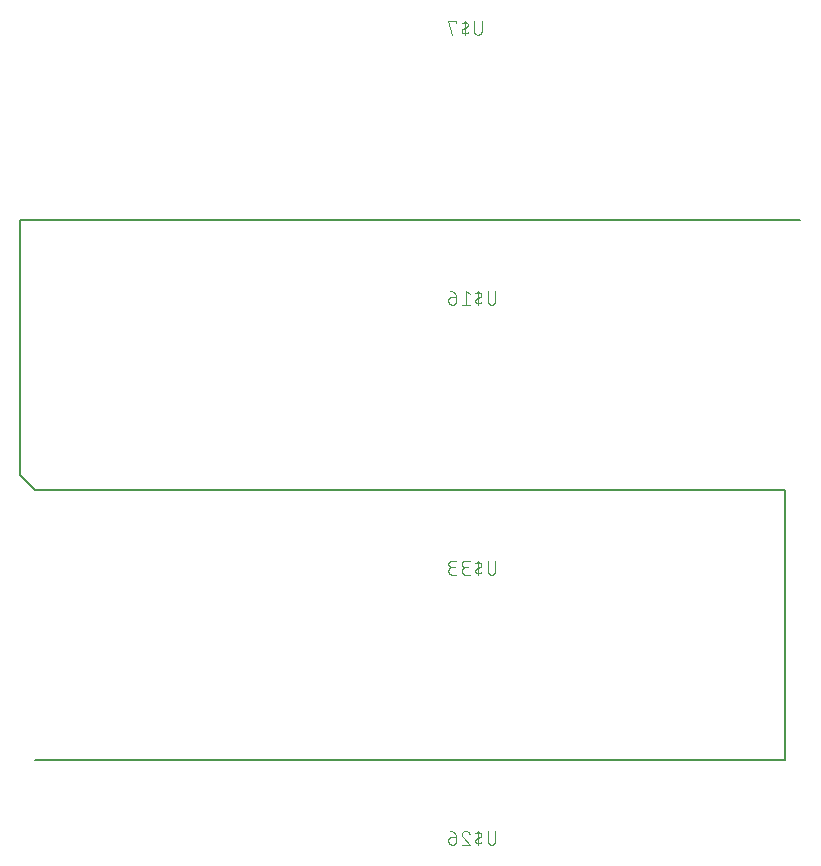
<source format=gbr>
G04 EAGLE Gerber X2 export*
%TF.Part,Single*%
%TF.FileFunction,Legend,Bot,1*%
%TF.FilePolarity,Positive*%
%TF.GenerationSoftware,Autodesk,EAGLE,9.2.2*%
%TF.CreationDate,2019-06-08T20:53:53Z*%
G75*
%MOMM*%
%FSLAX34Y34*%
%LPD*%
%INSilkscreen Bottom*%
%AMOC8*
5,1,8,0,0,1.08239X$1,22.5*%
G01*
%ADD10C,0.152400*%
%ADD11C,0.101600*%


D10*
X0Y228600D02*
X635000Y228600D01*
X635000Y457200D01*
X0Y457200D01*
X-12700Y469900D01*
X-12700Y685800D01*
X647700Y685800D01*
D11*
X377845Y846205D02*
X377845Y854644D01*
X377845Y846205D02*
X377843Y846092D01*
X377837Y845979D01*
X377827Y845866D01*
X377813Y845753D01*
X377796Y845641D01*
X377774Y845530D01*
X377749Y845420D01*
X377719Y845310D01*
X377686Y845202D01*
X377649Y845095D01*
X377609Y844989D01*
X377564Y844885D01*
X377516Y844782D01*
X377465Y844681D01*
X377410Y844582D01*
X377352Y844485D01*
X377290Y844390D01*
X377225Y844297D01*
X377157Y844207D01*
X377086Y844119D01*
X377011Y844033D01*
X376934Y843950D01*
X376854Y843870D01*
X376771Y843793D01*
X376685Y843718D01*
X376597Y843647D01*
X376507Y843579D01*
X376414Y843514D01*
X376319Y843452D01*
X376222Y843394D01*
X376123Y843339D01*
X376022Y843288D01*
X375919Y843240D01*
X375815Y843195D01*
X375709Y843155D01*
X375602Y843118D01*
X375494Y843085D01*
X375384Y843055D01*
X375274Y843030D01*
X375163Y843008D01*
X375051Y842991D01*
X374938Y842977D01*
X374825Y842967D01*
X374712Y842961D01*
X374599Y842959D01*
X374486Y842961D01*
X374373Y842967D01*
X374260Y842977D01*
X374147Y842991D01*
X374035Y843008D01*
X373924Y843030D01*
X373814Y843055D01*
X373704Y843085D01*
X373596Y843118D01*
X373489Y843155D01*
X373383Y843195D01*
X373279Y843240D01*
X373176Y843288D01*
X373075Y843339D01*
X372976Y843394D01*
X372879Y843452D01*
X372784Y843514D01*
X372691Y843579D01*
X372601Y843647D01*
X372513Y843718D01*
X372427Y843793D01*
X372344Y843870D01*
X372264Y843950D01*
X372187Y844033D01*
X372112Y844119D01*
X372041Y844207D01*
X371973Y844297D01*
X371908Y844390D01*
X371846Y844485D01*
X371788Y844582D01*
X371733Y844681D01*
X371682Y844782D01*
X371634Y844885D01*
X371589Y844989D01*
X371549Y845095D01*
X371512Y845202D01*
X371479Y845310D01*
X371449Y845420D01*
X371424Y845530D01*
X371402Y845641D01*
X371385Y845753D01*
X371371Y845866D01*
X371361Y845979D01*
X371355Y846092D01*
X371353Y846205D01*
X371354Y846205D02*
X371354Y854644D01*
X363550Y854644D02*
X363550Y842960D01*
X363550Y848802D02*
X365173Y849775D01*
X365246Y849822D01*
X365317Y849871D01*
X365387Y849924D01*
X365453Y849980D01*
X365517Y850039D01*
X365579Y850100D01*
X365637Y850164D01*
X365693Y850231D01*
X365745Y850300D01*
X365795Y850372D01*
X365841Y850446D01*
X365884Y850521D01*
X365923Y850599D01*
X365959Y850678D01*
X365991Y850759D01*
X366020Y850841D01*
X366045Y850924D01*
X366066Y851008D01*
X366083Y851093D01*
X366097Y851179D01*
X366106Y851265D01*
X366112Y851352D01*
X366114Y851439D01*
X366112Y851526D01*
X366106Y851613D01*
X366096Y851699D01*
X366083Y851785D01*
X366065Y851870D01*
X366044Y851954D01*
X366019Y852037D01*
X365990Y852120D01*
X365958Y852200D01*
X365922Y852279D01*
X365883Y852357D01*
X365840Y852432D01*
X365793Y852506D01*
X365744Y852577D01*
X365691Y852647D01*
X365636Y852713D01*
X365577Y852777D01*
X365516Y852839D01*
X365451Y852898D01*
X365385Y852953D01*
X365316Y853006D01*
X365244Y853056D01*
X365171Y853102D01*
X365095Y853145D01*
X365018Y853184D01*
X364939Y853220D01*
X364858Y853253D01*
X364776Y853281D01*
X364693Y853307D01*
X364609Y853328D01*
X364523Y853345D01*
X364524Y853345D02*
X364384Y853369D01*
X364242Y853389D01*
X364101Y853405D01*
X363959Y853416D01*
X363816Y853424D01*
X363674Y853428D01*
X363531Y853429D01*
X363388Y853425D01*
X363246Y853417D01*
X363104Y853405D01*
X362962Y853389D01*
X362821Y853370D01*
X362680Y853346D01*
X362540Y853319D01*
X362401Y853287D01*
X362263Y853252D01*
X362125Y853213D01*
X361989Y853170D01*
X361855Y853124D01*
X361721Y853073D01*
X361589Y853020D01*
X361459Y852962D01*
X361330Y852901D01*
X361203Y852836D01*
X361077Y852768D01*
X360954Y852696D01*
X363550Y848802D02*
X361927Y847828D01*
X361854Y847781D01*
X361783Y847732D01*
X361713Y847679D01*
X361647Y847623D01*
X361583Y847564D01*
X361521Y847503D01*
X361463Y847439D01*
X361407Y847372D01*
X361355Y847303D01*
X361305Y847231D01*
X361259Y847157D01*
X361216Y847082D01*
X361177Y847004D01*
X361141Y846925D01*
X361109Y846844D01*
X361080Y846762D01*
X361055Y846679D01*
X361034Y846595D01*
X361017Y846510D01*
X361003Y846424D01*
X360994Y846338D01*
X360988Y846251D01*
X360986Y846164D01*
X360988Y846077D01*
X360994Y845990D01*
X361004Y845904D01*
X361017Y845818D01*
X361035Y845733D01*
X361056Y845649D01*
X361081Y845566D01*
X361110Y845483D01*
X361142Y845403D01*
X361178Y845324D01*
X361217Y845246D01*
X361260Y845171D01*
X361307Y845097D01*
X361356Y845026D01*
X361409Y844956D01*
X361464Y844890D01*
X361523Y844826D01*
X361584Y844764D01*
X361649Y844705D01*
X361715Y844650D01*
X361784Y844597D01*
X361856Y844547D01*
X361929Y844501D01*
X362005Y844458D01*
X362082Y844419D01*
X362161Y844383D01*
X362242Y844350D01*
X362324Y844322D01*
X362407Y844296D01*
X362491Y844275D01*
X362576Y844258D01*
X362577Y844258D02*
X362717Y844234D01*
X362859Y844214D01*
X363000Y844198D01*
X363142Y844187D01*
X363285Y844179D01*
X363427Y844175D01*
X363570Y844174D01*
X363713Y844178D01*
X363855Y844186D01*
X363997Y844198D01*
X364139Y844214D01*
X364280Y844233D01*
X364421Y844257D01*
X364561Y844284D01*
X364700Y844316D01*
X364838Y844351D01*
X364976Y844390D01*
X365112Y844433D01*
X365246Y844479D01*
X365380Y844530D01*
X365512Y844583D01*
X365643Y844641D01*
X365771Y844702D01*
X365898Y844767D01*
X366024Y844835D01*
X366147Y844907D01*
X356128Y853345D02*
X356128Y854644D01*
X349637Y854644D01*
X352882Y842960D01*
X389275Y626044D02*
X389275Y617605D01*
X389273Y617492D01*
X389267Y617379D01*
X389257Y617266D01*
X389243Y617153D01*
X389226Y617041D01*
X389204Y616930D01*
X389179Y616820D01*
X389149Y616710D01*
X389116Y616602D01*
X389079Y616495D01*
X389039Y616389D01*
X388994Y616285D01*
X388946Y616182D01*
X388895Y616081D01*
X388840Y615982D01*
X388782Y615885D01*
X388720Y615790D01*
X388655Y615697D01*
X388587Y615607D01*
X388516Y615519D01*
X388441Y615433D01*
X388364Y615350D01*
X388284Y615270D01*
X388201Y615193D01*
X388115Y615118D01*
X388027Y615047D01*
X387937Y614979D01*
X387844Y614914D01*
X387749Y614852D01*
X387652Y614794D01*
X387553Y614739D01*
X387452Y614688D01*
X387349Y614640D01*
X387245Y614595D01*
X387139Y614555D01*
X387032Y614518D01*
X386924Y614485D01*
X386814Y614455D01*
X386704Y614430D01*
X386593Y614408D01*
X386481Y614391D01*
X386368Y614377D01*
X386255Y614367D01*
X386142Y614361D01*
X386029Y614359D01*
X385916Y614361D01*
X385803Y614367D01*
X385690Y614377D01*
X385577Y614391D01*
X385465Y614408D01*
X385354Y614430D01*
X385244Y614455D01*
X385134Y614485D01*
X385026Y614518D01*
X384919Y614555D01*
X384813Y614595D01*
X384709Y614640D01*
X384606Y614688D01*
X384505Y614739D01*
X384406Y614794D01*
X384309Y614852D01*
X384214Y614914D01*
X384121Y614979D01*
X384031Y615047D01*
X383943Y615118D01*
X383857Y615193D01*
X383774Y615270D01*
X383694Y615350D01*
X383617Y615433D01*
X383542Y615519D01*
X383471Y615607D01*
X383403Y615697D01*
X383338Y615790D01*
X383276Y615885D01*
X383218Y615982D01*
X383163Y616081D01*
X383112Y616182D01*
X383064Y616285D01*
X383019Y616389D01*
X382979Y616495D01*
X382942Y616602D01*
X382909Y616710D01*
X382879Y616820D01*
X382854Y616930D01*
X382832Y617041D01*
X382815Y617153D01*
X382801Y617266D01*
X382791Y617379D01*
X382785Y617492D01*
X382783Y617605D01*
X382784Y617605D02*
X382784Y626044D01*
X374980Y626044D02*
X374980Y614360D01*
X374980Y620202D02*
X376603Y621175D01*
X376676Y621222D01*
X376747Y621271D01*
X376817Y621324D01*
X376883Y621380D01*
X376947Y621439D01*
X377009Y621500D01*
X377067Y621564D01*
X377123Y621631D01*
X377175Y621700D01*
X377225Y621772D01*
X377271Y621846D01*
X377314Y621921D01*
X377353Y621999D01*
X377389Y622078D01*
X377421Y622159D01*
X377450Y622241D01*
X377475Y622324D01*
X377496Y622408D01*
X377513Y622493D01*
X377527Y622579D01*
X377536Y622665D01*
X377542Y622752D01*
X377544Y622839D01*
X377542Y622926D01*
X377536Y623013D01*
X377526Y623099D01*
X377513Y623185D01*
X377495Y623270D01*
X377474Y623354D01*
X377449Y623437D01*
X377420Y623520D01*
X377388Y623600D01*
X377352Y623679D01*
X377313Y623757D01*
X377270Y623832D01*
X377223Y623906D01*
X377174Y623977D01*
X377121Y624047D01*
X377066Y624113D01*
X377007Y624177D01*
X376946Y624239D01*
X376881Y624298D01*
X376815Y624353D01*
X376746Y624406D01*
X376674Y624456D01*
X376601Y624502D01*
X376525Y624545D01*
X376448Y624584D01*
X376369Y624620D01*
X376288Y624653D01*
X376206Y624681D01*
X376123Y624707D01*
X376039Y624728D01*
X375953Y624745D01*
X375954Y624745D02*
X375814Y624769D01*
X375672Y624789D01*
X375531Y624805D01*
X375389Y624816D01*
X375246Y624824D01*
X375104Y624828D01*
X374961Y624829D01*
X374818Y624825D01*
X374676Y624817D01*
X374534Y624805D01*
X374392Y624789D01*
X374251Y624770D01*
X374110Y624746D01*
X373970Y624719D01*
X373831Y624687D01*
X373693Y624652D01*
X373555Y624613D01*
X373419Y624570D01*
X373285Y624524D01*
X373151Y624473D01*
X373019Y624420D01*
X372889Y624362D01*
X372760Y624301D01*
X372633Y624236D01*
X372507Y624168D01*
X372384Y624096D01*
X374980Y620202D02*
X373357Y619228D01*
X373284Y619181D01*
X373213Y619132D01*
X373143Y619079D01*
X373077Y619023D01*
X373013Y618964D01*
X372951Y618903D01*
X372893Y618839D01*
X372837Y618772D01*
X372785Y618703D01*
X372735Y618631D01*
X372689Y618557D01*
X372646Y618482D01*
X372607Y618404D01*
X372571Y618325D01*
X372539Y618244D01*
X372510Y618162D01*
X372485Y618079D01*
X372464Y617995D01*
X372447Y617910D01*
X372433Y617824D01*
X372424Y617738D01*
X372418Y617651D01*
X372416Y617564D01*
X372418Y617477D01*
X372424Y617390D01*
X372434Y617304D01*
X372447Y617218D01*
X372465Y617133D01*
X372486Y617049D01*
X372511Y616966D01*
X372540Y616883D01*
X372572Y616803D01*
X372608Y616724D01*
X372647Y616646D01*
X372690Y616571D01*
X372737Y616497D01*
X372786Y616426D01*
X372839Y616356D01*
X372894Y616290D01*
X372953Y616226D01*
X373014Y616164D01*
X373079Y616105D01*
X373145Y616050D01*
X373214Y615997D01*
X373286Y615947D01*
X373359Y615901D01*
X373435Y615858D01*
X373512Y615819D01*
X373591Y615783D01*
X373672Y615750D01*
X373754Y615722D01*
X373837Y615696D01*
X373921Y615675D01*
X374006Y615658D01*
X374007Y615658D02*
X374147Y615634D01*
X374289Y615614D01*
X374430Y615598D01*
X374572Y615587D01*
X374715Y615579D01*
X374857Y615575D01*
X375000Y615574D01*
X375143Y615578D01*
X375285Y615586D01*
X375427Y615598D01*
X375569Y615614D01*
X375710Y615633D01*
X375851Y615657D01*
X375991Y615684D01*
X376130Y615716D01*
X376268Y615751D01*
X376406Y615790D01*
X376542Y615833D01*
X376676Y615879D01*
X376810Y615930D01*
X376942Y615983D01*
X377073Y616041D01*
X377201Y616102D01*
X377328Y616167D01*
X377454Y616235D01*
X377577Y616307D01*
X367558Y623447D02*
X364312Y626044D01*
X364312Y614360D01*
X361067Y614360D02*
X367558Y614360D01*
X356128Y620851D02*
X352233Y620851D01*
X352233Y620850D02*
X352134Y620848D01*
X352034Y620842D01*
X351935Y620833D01*
X351837Y620820D01*
X351739Y620803D01*
X351641Y620782D01*
X351545Y620757D01*
X351450Y620729D01*
X351356Y620697D01*
X351263Y620662D01*
X351171Y620623D01*
X351081Y620580D01*
X350993Y620535D01*
X350906Y620485D01*
X350822Y620433D01*
X350739Y620377D01*
X350659Y620319D01*
X350581Y620257D01*
X350506Y620192D01*
X350433Y620124D01*
X350363Y620054D01*
X350295Y619981D01*
X350230Y619906D01*
X350168Y619828D01*
X350110Y619748D01*
X350054Y619665D01*
X350002Y619581D01*
X349952Y619494D01*
X349907Y619406D01*
X349864Y619316D01*
X349825Y619224D01*
X349790Y619131D01*
X349758Y619037D01*
X349730Y618942D01*
X349705Y618846D01*
X349684Y618748D01*
X349667Y618650D01*
X349654Y618552D01*
X349645Y618453D01*
X349639Y618353D01*
X349637Y618254D01*
X349637Y617605D01*
X349636Y617605D02*
X349638Y617492D01*
X349644Y617379D01*
X349654Y617266D01*
X349668Y617153D01*
X349685Y617041D01*
X349707Y616930D01*
X349732Y616820D01*
X349762Y616710D01*
X349795Y616602D01*
X349832Y616495D01*
X349872Y616389D01*
X349917Y616285D01*
X349965Y616182D01*
X350016Y616081D01*
X350071Y615982D01*
X350129Y615885D01*
X350191Y615790D01*
X350256Y615697D01*
X350324Y615607D01*
X350395Y615519D01*
X350470Y615433D01*
X350547Y615350D01*
X350627Y615270D01*
X350710Y615193D01*
X350796Y615118D01*
X350884Y615047D01*
X350974Y614979D01*
X351067Y614914D01*
X351162Y614852D01*
X351259Y614794D01*
X351358Y614739D01*
X351459Y614688D01*
X351562Y614640D01*
X351666Y614595D01*
X351772Y614555D01*
X351879Y614518D01*
X351987Y614485D01*
X352097Y614455D01*
X352207Y614430D01*
X352318Y614408D01*
X352430Y614391D01*
X352543Y614377D01*
X352656Y614367D01*
X352769Y614361D01*
X352882Y614359D01*
X352995Y614361D01*
X353108Y614367D01*
X353221Y614377D01*
X353334Y614391D01*
X353446Y614408D01*
X353557Y614430D01*
X353667Y614455D01*
X353777Y614485D01*
X353885Y614518D01*
X353992Y614555D01*
X354098Y614595D01*
X354202Y614640D01*
X354305Y614688D01*
X354406Y614739D01*
X354505Y614794D01*
X354602Y614852D01*
X354697Y614914D01*
X354790Y614979D01*
X354880Y615047D01*
X354968Y615118D01*
X355054Y615193D01*
X355137Y615270D01*
X355217Y615350D01*
X355294Y615433D01*
X355369Y615519D01*
X355440Y615607D01*
X355508Y615697D01*
X355573Y615790D01*
X355635Y615885D01*
X355693Y615982D01*
X355748Y616081D01*
X355799Y616182D01*
X355847Y616285D01*
X355892Y616389D01*
X355932Y616495D01*
X355969Y616602D01*
X356002Y616710D01*
X356032Y616820D01*
X356057Y616930D01*
X356079Y617041D01*
X356096Y617153D01*
X356110Y617266D01*
X356120Y617379D01*
X356126Y617492D01*
X356128Y617605D01*
X356128Y620851D01*
X356126Y620994D01*
X356120Y621137D01*
X356110Y621280D01*
X356096Y621422D01*
X356079Y621564D01*
X356057Y621706D01*
X356032Y621847D01*
X356002Y621987D01*
X355969Y622126D01*
X355932Y622264D01*
X355891Y622401D01*
X355847Y622537D01*
X355798Y622672D01*
X355746Y622805D01*
X355691Y622937D01*
X355631Y623067D01*
X355568Y623196D01*
X355502Y623323D01*
X355432Y623448D01*
X355359Y623570D01*
X355282Y623691D01*
X355202Y623810D01*
X355119Y623926D01*
X355033Y624041D01*
X354944Y624152D01*
X354851Y624262D01*
X354756Y624368D01*
X354657Y624472D01*
X354556Y624573D01*
X354452Y624672D01*
X354346Y624767D01*
X354236Y624860D01*
X354125Y624949D01*
X354010Y625035D01*
X353894Y625118D01*
X353775Y625198D01*
X353654Y625275D01*
X353532Y625348D01*
X353407Y625418D01*
X353280Y625484D01*
X353151Y625547D01*
X353021Y625607D01*
X352889Y625662D01*
X352756Y625714D01*
X352621Y625763D01*
X352485Y625807D01*
X352348Y625848D01*
X352210Y625885D01*
X352071Y625918D01*
X351931Y625948D01*
X351790Y625973D01*
X351648Y625995D01*
X351506Y626012D01*
X351364Y626026D01*
X351221Y626036D01*
X351078Y626042D01*
X350935Y626044D01*
X389275Y397444D02*
X389275Y389005D01*
X389273Y388892D01*
X389267Y388779D01*
X389257Y388666D01*
X389243Y388553D01*
X389226Y388441D01*
X389204Y388330D01*
X389179Y388220D01*
X389149Y388110D01*
X389116Y388002D01*
X389079Y387895D01*
X389039Y387789D01*
X388994Y387685D01*
X388946Y387582D01*
X388895Y387481D01*
X388840Y387382D01*
X388782Y387285D01*
X388720Y387190D01*
X388655Y387097D01*
X388587Y387007D01*
X388516Y386919D01*
X388441Y386833D01*
X388364Y386750D01*
X388284Y386670D01*
X388201Y386593D01*
X388115Y386518D01*
X388027Y386447D01*
X387937Y386379D01*
X387844Y386314D01*
X387749Y386252D01*
X387652Y386194D01*
X387553Y386139D01*
X387452Y386088D01*
X387349Y386040D01*
X387245Y385995D01*
X387139Y385955D01*
X387032Y385918D01*
X386924Y385885D01*
X386814Y385855D01*
X386704Y385830D01*
X386593Y385808D01*
X386481Y385791D01*
X386368Y385777D01*
X386255Y385767D01*
X386142Y385761D01*
X386029Y385759D01*
X385916Y385761D01*
X385803Y385767D01*
X385690Y385777D01*
X385577Y385791D01*
X385465Y385808D01*
X385354Y385830D01*
X385244Y385855D01*
X385134Y385885D01*
X385026Y385918D01*
X384919Y385955D01*
X384813Y385995D01*
X384709Y386040D01*
X384606Y386088D01*
X384505Y386139D01*
X384406Y386194D01*
X384309Y386252D01*
X384214Y386314D01*
X384121Y386379D01*
X384031Y386447D01*
X383943Y386518D01*
X383857Y386593D01*
X383774Y386670D01*
X383694Y386750D01*
X383617Y386833D01*
X383542Y386919D01*
X383471Y387007D01*
X383403Y387097D01*
X383338Y387190D01*
X383276Y387285D01*
X383218Y387382D01*
X383163Y387481D01*
X383112Y387582D01*
X383064Y387685D01*
X383019Y387789D01*
X382979Y387895D01*
X382942Y388002D01*
X382909Y388110D01*
X382879Y388220D01*
X382854Y388330D01*
X382832Y388441D01*
X382815Y388553D01*
X382801Y388666D01*
X382791Y388779D01*
X382785Y388892D01*
X382783Y389005D01*
X382784Y389005D02*
X382784Y397444D01*
X374980Y397444D02*
X374980Y385760D01*
X374980Y391602D02*
X376603Y392575D01*
X376676Y392622D01*
X376747Y392671D01*
X376817Y392724D01*
X376883Y392780D01*
X376947Y392839D01*
X377009Y392900D01*
X377067Y392964D01*
X377123Y393031D01*
X377175Y393100D01*
X377225Y393172D01*
X377271Y393246D01*
X377314Y393321D01*
X377353Y393399D01*
X377389Y393478D01*
X377421Y393559D01*
X377450Y393641D01*
X377475Y393724D01*
X377496Y393808D01*
X377513Y393893D01*
X377527Y393979D01*
X377536Y394065D01*
X377542Y394152D01*
X377544Y394239D01*
X377542Y394326D01*
X377536Y394413D01*
X377526Y394499D01*
X377513Y394585D01*
X377495Y394670D01*
X377474Y394754D01*
X377449Y394837D01*
X377420Y394920D01*
X377388Y395000D01*
X377352Y395079D01*
X377313Y395157D01*
X377270Y395232D01*
X377223Y395306D01*
X377174Y395377D01*
X377121Y395447D01*
X377066Y395513D01*
X377007Y395577D01*
X376946Y395639D01*
X376881Y395698D01*
X376815Y395753D01*
X376746Y395806D01*
X376674Y395856D01*
X376601Y395902D01*
X376525Y395945D01*
X376448Y395984D01*
X376369Y396020D01*
X376288Y396053D01*
X376206Y396081D01*
X376123Y396107D01*
X376039Y396128D01*
X375953Y396145D01*
X375954Y396145D02*
X375814Y396169D01*
X375672Y396189D01*
X375531Y396205D01*
X375389Y396216D01*
X375246Y396224D01*
X375104Y396228D01*
X374961Y396229D01*
X374818Y396225D01*
X374676Y396217D01*
X374534Y396205D01*
X374392Y396189D01*
X374251Y396170D01*
X374110Y396146D01*
X373970Y396119D01*
X373831Y396087D01*
X373693Y396052D01*
X373555Y396013D01*
X373419Y395970D01*
X373285Y395924D01*
X373151Y395873D01*
X373019Y395820D01*
X372889Y395762D01*
X372760Y395701D01*
X372633Y395636D01*
X372507Y395568D01*
X372384Y395496D01*
X374980Y391602D02*
X373357Y390628D01*
X373284Y390581D01*
X373213Y390532D01*
X373143Y390479D01*
X373077Y390423D01*
X373013Y390364D01*
X372951Y390303D01*
X372893Y390239D01*
X372837Y390172D01*
X372785Y390103D01*
X372735Y390031D01*
X372689Y389957D01*
X372646Y389882D01*
X372607Y389804D01*
X372571Y389725D01*
X372539Y389644D01*
X372510Y389562D01*
X372485Y389479D01*
X372464Y389395D01*
X372447Y389310D01*
X372433Y389224D01*
X372424Y389138D01*
X372418Y389051D01*
X372416Y388964D01*
X372418Y388877D01*
X372424Y388790D01*
X372434Y388704D01*
X372447Y388618D01*
X372465Y388533D01*
X372486Y388449D01*
X372511Y388366D01*
X372540Y388283D01*
X372572Y388203D01*
X372608Y388124D01*
X372647Y388046D01*
X372690Y387971D01*
X372737Y387897D01*
X372786Y387826D01*
X372839Y387756D01*
X372894Y387690D01*
X372953Y387626D01*
X373014Y387564D01*
X373079Y387505D01*
X373145Y387450D01*
X373214Y387397D01*
X373286Y387347D01*
X373359Y387301D01*
X373435Y387258D01*
X373512Y387219D01*
X373591Y387183D01*
X373672Y387150D01*
X373754Y387122D01*
X373837Y387096D01*
X373921Y387075D01*
X374006Y387058D01*
X374007Y387058D02*
X374147Y387034D01*
X374289Y387014D01*
X374430Y386998D01*
X374572Y386987D01*
X374715Y386979D01*
X374857Y386975D01*
X375000Y386974D01*
X375143Y386978D01*
X375285Y386986D01*
X375427Y386998D01*
X375569Y387014D01*
X375710Y387033D01*
X375851Y387057D01*
X375991Y387084D01*
X376130Y387116D01*
X376268Y387151D01*
X376406Y387190D01*
X376542Y387233D01*
X376676Y387279D01*
X376810Y387330D01*
X376942Y387383D01*
X377073Y387441D01*
X377201Y387502D01*
X377328Y387567D01*
X377454Y387635D01*
X377577Y387707D01*
X367558Y385760D02*
X364312Y385760D01*
X364312Y385759D02*
X364199Y385761D01*
X364086Y385767D01*
X363973Y385777D01*
X363860Y385791D01*
X363748Y385808D01*
X363637Y385830D01*
X363527Y385855D01*
X363417Y385885D01*
X363309Y385918D01*
X363202Y385955D01*
X363096Y385995D01*
X362992Y386040D01*
X362889Y386088D01*
X362788Y386139D01*
X362689Y386194D01*
X362592Y386252D01*
X362497Y386314D01*
X362404Y386379D01*
X362314Y386447D01*
X362226Y386518D01*
X362140Y386593D01*
X362057Y386670D01*
X361977Y386750D01*
X361900Y386833D01*
X361825Y386919D01*
X361754Y387007D01*
X361686Y387097D01*
X361621Y387190D01*
X361559Y387285D01*
X361501Y387382D01*
X361446Y387481D01*
X361395Y387582D01*
X361347Y387685D01*
X361302Y387789D01*
X361262Y387895D01*
X361225Y388002D01*
X361192Y388110D01*
X361162Y388220D01*
X361137Y388330D01*
X361115Y388441D01*
X361098Y388553D01*
X361084Y388666D01*
X361074Y388779D01*
X361068Y388892D01*
X361066Y389005D01*
X361068Y389118D01*
X361074Y389231D01*
X361084Y389344D01*
X361098Y389457D01*
X361115Y389569D01*
X361137Y389680D01*
X361162Y389790D01*
X361192Y389900D01*
X361225Y390008D01*
X361262Y390115D01*
X361302Y390221D01*
X361347Y390325D01*
X361395Y390428D01*
X361446Y390529D01*
X361501Y390628D01*
X361559Y390725D01*
X361621Y390820D01*
X361686Y390913D01*
X361754Y391003D01*
X361825Y391091D01*
X361900Y391177D01*
X361977Y391260D01*
X362057Y391340D01*
X362140Y391417D01*
X362226Y391492D01*
X362314Y391563D01*
X362404Y391631D01*
X362497Y391696D01*
X362592Y391758D01*
X362689Y391816D01*
X362788Y391871D01*
X362889Y391922D01*
X362992Y391970D01*
X363096Y392015D01*
X363202Y392055D01*
X363309Y392092D01*
X363417Y392125D01*
X363527Y392155D01*
X363637Y392180D01*
X363748Y392202D01*
X363860Y392219D01*
X363973Y392233D01*
X364086Y392243D01*
X364199Y392249D01*
X364312Y392251D01*
X363663Y397444D02*
X367558Y397444D01*
X363663Y397443D02*
X363562Y397441D01*
X363462Y397435D01*
X363362Y397425D01*
X363262Y397412D01*
X363163Y397394D01*
X363064Y397373D01*
X362967Y397348D01*
X362870Y397319D01*
X362775Y397286D01*
X362681Y397250D01*
X362589Y397210D01*
X362498Y397167D01*
X362409Y397120D01*
X362322Y397070D01*
X362236Y397016D01*
X362153Y396959D01*
X362073Y396899D01*
X361994Y396836D01*
X361918Y396769D01*
X361845Y396700D01*
X361775Y396628D01*
X361707Y396554D01*
X361642Y396477D01*
X361581Y396397D01*
X361522Y396315D01*
X361467Y396231D01*
X361415Y396145D01*
X361366Y396057D01*
X361321Y395967D01*
X361279Y395875D01*
X361241Y395782D01*
X361207Y395687D01*
X361176Y395592D01*
X361149Y395495D01*
X361126Y395397D01*
X361106Y395298D01*
X361091Y395198D01*
X361079Y395098D01*
X361071Y394998D01*
X361067Y394897D01*
X361067Y394797D01*
X361071Y394696D01*
X361079Y394596D01*
X361091Y394496D01*
X361106Y394396D01*
X361126Y394297D01*
X361149Y394199D01*
X361176Y394102D01*
X361207Y394007D01*
X361241Y393912D01*
X361279Y393819D01*
X361321Y393727D01*
X361366Y393637D01*
X361415Y393549D01*
X361467Y393463D01*
X361522Y393379D01*
X361581Y393297D01*
X361642Y393217D01*
X361707Y393140D01*
X361775Y393066D01*
X361845Y392994D01*
X361918Y392925D01*
X361994Y392858D01*
X362073Y392795D01*
X362153Y392735D01*
X362236Y392678D01*
X362322Y392624D01*
X362409Y392574D01*
X362498Y392527D01*
X362589Y392484D01*
X362681Y392444D01*
X362775Y392408D01*
X362870Y392375D01*
X362967Y392346D01*
X363064Y392321D01*
X363163Y392300D01*
X363262Y392282D01*
X363362Y392269D01*
X363462Y392259D01*
X363562Y392253D01*
X363663Y392251D01*
X366260Y392251D01*
X356128Y385760D02*
X352882Y385760D01*
X352882Y385759D02*
X352769Y385761D01*
X352656Y385767D01*
X352543Y385777D01*
X352430Y385791D01*
X352318Y385808D01*
X352207Y385830D01*
X352097Y385855D01*
X351987Y385885D01*
X351879Y385918D01*
X351772Y385955D01*
X351666Y385995D01*
X351562Y386040D01*
X351459Y386088D01*
X351358Y386139D01*
X351259Y386194D01*
X351162Y386252D01*
X351067Y386314D01*
X350974Y386379D01*
X350884Y386447D01*
X350796Y386518D01*
X350710Y386593D01*
X350627Y386670D01*
X350547Y386750D01*
X350470Y386833D01*
X350395Y386919D01*
X350324Y387007D01*
X350256Y387097D01*
X350191Y387190D01*
X350129Y387285D01*
X350071Y387382D01*
X350016Y387481D01*
X349965Y387582D01*
X349917Y387685D01*
X349872Y387789D01*
X349832Y387895D01*
X349795Y388002D01*
X349762Y388110D01*
X349732Y388220D01*
X349707Y388330D01*
X349685Y388441D01*
X349668Y388553D01*
X349654Y388666D01*
X349644Y388779D01*
X349638Y388892D01*
X349636Y389005D01*
X349638Y389118D01*
X349644Y389231D01*
X349654Y389344D01*
X349668Y389457D01*
X349685Y389569D01*
X349707Y389680D01*
X349732Y389790D01*
X349762Y389900D01*
X349795Y390008D01*
X349832Y390115D01*
X349872Y390221D01*
X349917Y390325D01*
X349965Y390428D01*
X350016Y390529D01*
X350071Y390628D01*
X350129Y390725D01*
X350191Y390820D01*
X350256Y390913D01*
X350324Y391003D01*
X350395Y391091D01*
X350470Y391177D01*
X350547Y391260D01*
X350627Y391340D01*
X350710Y391417D01*
X350796Y391492D01*
X350884Y391563D01*
X350974Y391631D01*
X351067Y391696D01*
X351162Y391758D01*
X351259Y391816D01*
X351358Y391871D01*
X351459Y391922D01*
X351562Y391970D01*
X351666Y392015D01*
X351772Y392055D01*
X351879Y392092D01*
X351987Y392125D01*
X352097Y392155D01*
X352207Y392180D01*
X352318Y392202D01*
X352430Y392219D01*
X352543Y392233D01*
X352656Y392243D01*
X352769Y392249D01*
X352882Y392251D01*
X352233Y397444D02*
X356128Y397444D01*
X352233Y397443D02*
X352132Y397441D01*
X352032Y397435D01*
X351932Y397425D01*
X351832Y397412D01*
X351733Y397394D01*
X351634Y397373D01*
X351537Y397348D01*
X351440Y397319D01*
X351345Y397286D01*
X351251Y397250D01*
X351159Y397210D01*
X351068Y397167D01*
X350979Y397120D01*
X350892Y397070D01*
X350806Y397016D01*
X350723Y396959D01*
X350643Y396899D01*
X350564Y396836D01*
X350488Y396769D01*
X350415Y396700D01*
X350345Y396628D01*
X350277Y396554D01*
X350212Y396477D01*
X350151Y396397D01*
X350092Y396315D01*
X350037Y396231D01*
X349985Y396145D01*
X349936Y396057D01*
X349891Y395967D01*
X349849Y395875D01*
X349811Y395782D01*
X349777Y395687D01*
X349746Y395592D01*
X349719Y395495D01*
X349696Y395397D01*
X349676Y395298D01*
X349661Y395198D01*
X349649Y395098D01*
X349641Y394998D01*
X349637Y394897D01*
X349637Y394797D01*
X349641Y394696D01*
X349649Y394596D01*
X349661Y394496D01*
X349676Y394396D01*
X349696Y394297D01*
X349719Y394199D01*
X349746Y394102D01*
X349777Y394007D01*
X349811Y393912D01*
X349849Y393819D01*
X349891Y393727D01*
X349936Y393637D01*
X349985Y393549D01*
X350037Y393463D01*
X350092Y393379D01*
X350151Y393297D01*
X350212Y393217D01*
X350277Y393140D01*
X350345Y393066D01*
X350415Y392994D01*
X350488Y392925D01*
X350564Y392858D01*
X350643Y392795D01*
X350723Y392735D01*
X350806Y392678D01*
X350892Y392624D01*
X350979Y392574D01*
X351068Y392527D01*
X351159Y392484D01*
X351251Y392444D01*
X351345Y392408D01*
X351440Y392375D01*
X351537Y392346D01*
X351634Y392321D01*
X351733Y392300D01*
X351832Y392282D01*
X351932Y392269D01*
X352032Y392259D01*
X352132Y392253D01*
X352233Y392251D01*
X354830Y392251D01*
X389275Y168844D02*
X389275Y160405D01*
X389273Y160292D01*
X389267Y160179D01*
X389257Y160066D01*
X389243Y159953D01*
X389226Y159841D01*
X389204Y159730D01*
X389179Y159620D01*
X389149Y159510D01*
X389116Y159402D01*
X389079Y159295D01*
X389039Y159189D01*
X388994Y159085D01*
X388946Y158982D01*
X388895Y158881D01*
X388840Y158782D01*
X388782Y158685D01*
X388720Y158590D01*
X388655Y158497D01*
X388587Y158407D01*
X388516Y158319D01*
X388441Y158233D01*
X388364Y158150D01*
X388284Y158070D01*
X388201Y157993D01*
X388115Y157918D01*
X388027Y157847D01*
X387937Y157779D01*
X387844Y157714D01*
X387749Y157652D01*
X387652Y157594D01*
X387553Y157539D01*
X387452Y157488D01*
X387349Y157440D01*
X387245Y157395D01*
X387139Y157355D01*
X387032Y157318D01*
X386924Y157285D01*
X386814Y157255D01*
X386704Y157230D01*
X386593Y157208D01*
X386481Y157191D01*
X386368Y157177D01*
X386255Y157167D01*
X386142Y157161D01*
X386029Y157159D01*
X385916Y157161D01*
X385803Y157167D01*
X385690Y157177D01*
X385577Y157191D01*
X385465Y157208D01*
X385354Y157230D01*
X385244Y157255D01*
X385134Y157285D01*
X385026Y157318D01*
X384919Y157355D01*
X384813Y157395D01*
X384709Y157440D01*
X384606Y157488D01*
X384505Y157539D01*
X384406Y157594D01*
X384309Y157652D01*
X384214Y157714D01*
X384121Y157779D01*
X384031Y157847D01*
X383943Y157918D01*
X383857Y157993D01*
X383774Y158070D01*
X383694Y158150D01*
X383617Y158233D01*
X383542Y158319D01*
X383471Y158407D01*
X383403Y158497D01*
X383338Y158590D01*
X383276Y158685D01*
X383218Y158782D01*
X383163Y158881D01*
X383112Y158982D01*
X383064Y159085D01*
X383019Y159189D01*
X382979Y159295D01*
X382942Y159402D01*
X382909Y159510D01*
X382879Y159620D01*
X382854Y159730D01*
X382832Y159841D01*
X382815Y159953D01*
X382801Y160066D01*
X382791Y160179D01*
X382785Y160292D01*
X382783Y160405D01*
X382784Y160405D02*
X382784Y168844D01*
X374980Y168844D02*
X374980Y157160D01*
X374980Y163002D02*
X376603Y163975D01*
X376676Y164022D01*
X376747Y164071D01*
X376817Y164124D01*
X376883Y164180D01*
X376947Y164239D01*
X377009Y164300D01*
X377067Y164364D01*
X377123Y164431D01*
X377175Y164500D01*
X377225Y164572D01*
X377271Y164646D01*
X377314Y164721D01*
X377353Y164799D01*
X377389Y164878D01*
X377421Y164959D01*
X377450Y165041D01*
X377475Y165124D01*
X377496Y165208D01*
X377513Y165293D01*
X377527Y165379D01*
X377536Y165465D01*
X377542Y165552D01*
X377544Y165639D01*
X377542Y165726D01*
X377536Y165813D01*
X377526Y165899D01*
X377513Y165985D01*
X377495Y166070D01*
X377474Y166154D01*
X377449Y166237D01*
X377420Y166320D01*
X377388Y166400D01*
X377352Y166479D01*
X377313Y166557D01*
X377270Y166632D01*
X377223Y166706D01*
X377174Y166777D01*
X377121Y166847D01*
X377066Y166913D01*
X377007Y166977D01*
X376946Y167039D01*
X376881Y167098D01*
X376815Y167153D01*
X376746Y167206D01*
X376674Y167256D01*
X376601Y167302D01*
X376525Y167345D01*
X376448Y167384D01*
X376369Y167420D01*
X376288Y167453D01*
X376206Y167481D01*
X376123Y167507D01*
X376039Y167528D01*
X375953Y167545D01*
X375954Y167545D02*
X375814Y167569D01*
X375672Y167589D01*
X375531Y167605D01*
X375389Y167616D01*
X375246Y167624D01*
X375104Y167628D01*
X374961Y167629D01*
X374818Y167625D01*
X374676Y167617D01*
X374534Y167605D01*
X374392Y167589D01*
X374251Y167570D01*
X374110Y167546D01*
X373970Y167519D01*
X373831Y167487D01*
X373693Y167452D01*
X373555Y167413D01*
X373419Y167370D01*
X373285Y167324D01*
X373151Y167273D01*
X373019Y167220D01*
X372889Y167162D01*
X372760Y167101D01*
X372633Y167036D01*
X372507Y166968D01*
X372384Y166896D01*
X374980Y163002D02*
X373357Y162028D01*
X373284Y161981D01*
X373213Y161932D01*
X373143Y161879D01*
X373077Y161823D01*
X373013Y161764D01*
X372951Y161703D01*
X372893Y161639D01*
X372837Y161572D01*
X372785Y161503D01*
X372735Y161431D01*
X372689Y161357D01*
X372646Y161282D01*
X372607Y161204D01*
X372571Y161125D01*
X372539Y161044D01*
X372510Y160962D01*
X372485Y160879D01*
X372464Y160795D01*
X372447Y160710D01*
X372433Y160624D01*
X372424Y160538D01*
X372418Y160451D01*
X372416Y160364D01*
X372418Y160277D01*
X372424Y160190D01*
X372434Y160104D01*
X372447Y160018D01*
X372465Y159933D01*
X372486Y159849D01*
X372511Y159766D01*
X372540Y159683D01*
X372572Y159603D01*
X372608Y159524D01*
X372647Y159446D01*
X372690Y159371D01*
X372737Y159297D01*
X372786Y159226D01*
X372839Y159156D01*
X372894Y159090D01*
X372953Y159026D01*
X373014Y158964D01*
X373079Y158905D01*
X373145Y158850D01*
X373214Y158797D01*
X373286Y158747D01*
X373359Y158701D01*
X373435Y158658D01*
X373512Y158619D01*
X373591Y158583D01*
X373672Y158550D01*
X373754Y158522D01*
X373837Y158496D01*
X373921Y158475D01*
X374006Y158458D01*
X374007Y158458D02*
X374147Y158434D01*
X374289Y158414D01*
X374430Y158398D01*
X374572Y158387D01*
X374715Y158379D01*
X374857Y158375D01*
X375000Y158374D01*
X375143Y158378D01*
X375285Y158386D01*
X375427Y158398D01*
X375569Y158414D01*
X375710Y158433D01*
X375851Y158457D01*
X375991Y158484D01*
X376130Y158516D01*
X376268Y158551D01*
X376406Y158590D01*
X376542Y158633D01*
X376676Y158679D01*
X376810Y158730D01*
X376942Y158783D01*
X377073Y158841D01*
X377201Y158902D01*
X377328Y158967D01*
X377454Y159035D01*
X377577Y159107D01*
X363988Y168844D02*
X363881Y168842D01*
X363775Y168836D01*
X363669Y168826D01*
X363563Y168813D01*
X363457Y168795D01*
X363353Y168774D01*
X363249Y168749D01*
X363146Y168720D01*
X363045Y168688D01*
X362945Y168651D01*
X362846Y168611D01*
X362748Y168568D01*
X362652Y168521D01*
X362558Y168470D01*
X362466Y168416D01*
X362376Y168359D01*
X362288Y168299D01*
X362203Y168235D01*
X362120Y168168D01*
X362039Y168098D01*
X361961Y168026D01*
X361885Y167950D01*
X361813Y167872D01*
X361743Y167791D01*
X361676Y167708D01*
X361612Y167623D01*
X361552Y167535D01*
X361495Y167445D01*
X361441Y167353D01*
X361390Y167259D01*
X361343Y167163D01*
X361300Y167065D01*
X361260Y166966D01*
X361223Y166866D01*
X361191Y166765D01*
X361162Y166662D01*
X361137Y166558D01*
X361116Y166454D01*
X361098Y166348D01*
X361085Y166242D01*
X361075Y166136D01*
X361069Y166030D01*
X361067Y165923D01*
X363988Y168844D02*
X364109Y168842D01*
X364230Y168836D01*
X364350Y168826D01*
X364471Y168813D01*
X364590Y168795D01*
X364710Y168774D01*
X364828Y168749D01*
X364945Y168720D01*
X365062Y168687D01*
X365177Y168651D01*
X365291Y168610D01*
X365404Y168567D01*
X365516Y168519D01*
X365625Y168468D01*
X365733Y168413D01*
X365840Y168355D01*
X365944Y168294D01*
X366046Y168229D01*
X366146Y168161D01*
X366244Y168090D01*
X366340Y168016D01*
X366433Y167939D01*
X366523Y167858D01*
X366611Y167775D01*
X366696Y167689D01*
X366779Y167600D01*
X366858Y167509D01*
X366935Y167415D01*
X367008Y167319D01*
X367078Y167221D01*
X367145Y167120D01*
X367209Y167017D01*
X367270Y166912D01*
X367327Y166805D01*
X367380Y166697D01*
X367430Y166587D01*
X367476Y166475D01*
X367519Y166362D01*
X367558Y166247D01*
X362041Y163651D02*
X361962Y163729D01*
X361886Y163809D01*
X361813Y163892D01*
X361743Y163978D01*
X361676Y164065D01*
X361612Y164156D01*
X361552Y164248D01*
X361494Y164342D01*
X361440Y164439D01*
X361390Y164537D01*
X361343Y164637D01*
X361299Y164738D01*
X361259Y164841D01*
X361223Y164946D01*
X361191Y165051D01*
X361162Y165158D01*
X361137Y165265D01*
X361115Y165374D01*
X361098Y165483D01*
X361084Y165592D01*
X361075Y165702D01*
X361069Y165813D01*
X361067Y165923D01*
X362040Y163651D02*
X367558Y157160D01*
X361067Y157160D01*
X356128Y163651D02*
X352233Y163651D01*
X352233Y163650D02*
X352134Y163648D01*
X352034Y163642D01*
X351935Y163633D01*
X351837Y163620D01*
X351739Y163603D01*
X351641Y163582D01*
X351545Y163557D01*
X351450Y163529D01*
X351356Y163497D01*
X351263Y163462D01*
X351171Y163423D01*
X351081Y163380D01*
X350993Y163335D01*
X350906Y163285D01*
X350822Y163233D01*
X350739Y163177D01*
X350659Y163119D01*
X350581Y163057D01*
X350506Y162992D01*
X350433Y162924D01*
X350363Y162854D01*
X350295Y162781D01*
X350230Y162706D01*
X350168Y162628D01*
X350110Y162548D01*
X350054Y162465D01*
X350002Y162381D01*
X349952Y162294D01*
X349907Y162206D01*
X349864Y162116D01*
X349825Y162024D01*
X349790Y161931D01*
X349758Y161837D01*
X349730Y161742D01*
X349705Y161646D01*
X349684Y161548D01*
X349667Y161450D01*
X349654Y161352D01*
X349645Y161253D01*
X349639Y161153D01*
X349637Y161054D01*
X349637Y160405D01*
X349636Y160405D02*
X349638Y160292D01*
X349644Y160179D01*
X349654Y160066D01*
X349668Y159953D01*
X349685Y159841D01*
X349707Y159730D01*
X349732Y159620D01*
X349762Y159510D01*
X349795Y159402D01*
X349832Y159295D01*
X349872Y159189D01*
X349917Y159085D01*
X349965Y158982D01*
X350016Y158881D01*
X350071Y158782D01*
X350129Y158685D01*
X350191Y158590D01*
X350256Y158497D01*
X350324Y158407D01*
X350395Y158319D01*
X350470Y158233D01*
X350547Y158150D01*
X350627Y158070D01*
X350710Y157993D01*
X350796Y157918D01*
X350884Y157847D01*
X350974Y157779D01*
X351067Y157714D01*
X351162Y157652D01*
X351259Y157594D01*
X351358Y157539D01*
X351459Y157488D01*
X351562Y157440D01*
X351666Y157395D01*
X351772Y157355D01*
X351879Y157318D01*
X351987Y157285D01*
X352097Y157255D01*
X352207Y157230D01*
X352318Y157208D01*
X352430Y157191D01*
X352543Y157177D01*
X352656Y157167D01*
X352769Y157161D01*
X352882Y157159D01*
X352995Y157161D01*
X353108Y157167D01*
X353221Y157177D01*
X353334Y157191D01*
X353446Y157208D01*
X353557Y157230D01*
X353667Y157255D01*
X353777Y157285D01*
X353885Y157318D01*
X353992Y157355D01*
X354098Y157395D01*
X354202Y157440D01*
X354305Y157488D01*
X354406Y157539D01*
X354505Y157594D01*
X354602Y157652D01*
X354697Y157714D01*
X354790Y157779D01*
X354880Y157847D01*
X354968Y157918D01*
X355054Y157993D01*
X355137Y158070D01*
X355217Y158150D01*
X355294Y158233D01*
X355369Y158319D01*
X355440Y158407D01*
X355508Y158497D01*
X355573Y158590D01*
X355635Y158685D01*
X355693Y158782D01*
X355748Y158881D01*
X355799Y158982D01*
X355847Y159085D01*
X355892Y159189D01*
X355932Y159295D01*
X355969Y159402D01*
X356002Y159510D01*
X356032Y159620D01*
X356057Y159730D01*
X356079Y159841D01*
X356096Y159953D01*
X356110Y160066D01*
X356120Y160179D01*
X356126Y160292D01*
X356128Y160405D01*
X356128Y163651D01*
X356126Y163794D01*
X356120Y163937D01*
X356110Y164080D01*
X356096Y164222D01*
X356079Y164364D01*
X356057Y164506D01*
X356032Y164647D01*
X356002Y164787D01*
X355969Y164926D01*
X355932Y165064D01*
X355891Y165201D01*
X355847Y165337D01*
X355798Y165472D01*
X355746Y165605D01*
X355691Y165737D01*
X355631Y165867D01*
X355568Y165996D01*
X355502Y166123D01*
X355432Y166248D01*
X355359Y166370D01*
X355282Y166491D01*
X355202Y166610D01*
X355119Y166726D01*
X355033Y166841D01*
X354944Y166952D01*
X354851Y167062D01*
X354756Y167168D01*
X354657Y167272D01*
X354556Y167373D01*
X354452Y167472D01*
X354346Y167567D01*
X354236Y167660D01*
X354125Y167749D01*
X354010Y167835D01*
X353894Y167918D01*
X353775Y167998D01*
X353654Y168075D01*
X353532Y168148D01*
X353407Y168218D01*
X353280Y168284D01*
X353151Y168347D01*
X353021Y168407D01*
X352889Y168462D01*
X352756Y168514D01*
X352621Y168563D01*
X352485Y168607D01*
X352348Y168648D01*
X352210Y168685D01*
X352071Y168718D01*
X351931Y168748D01*
X351790Y168773D01*
X351648Y168795D01*
X351506Y168812D01*
X351364Y168826D01*
X351221Y168836D01*
X351078Y168842D01*
X350935Y168844D01*
M02*

</source>
